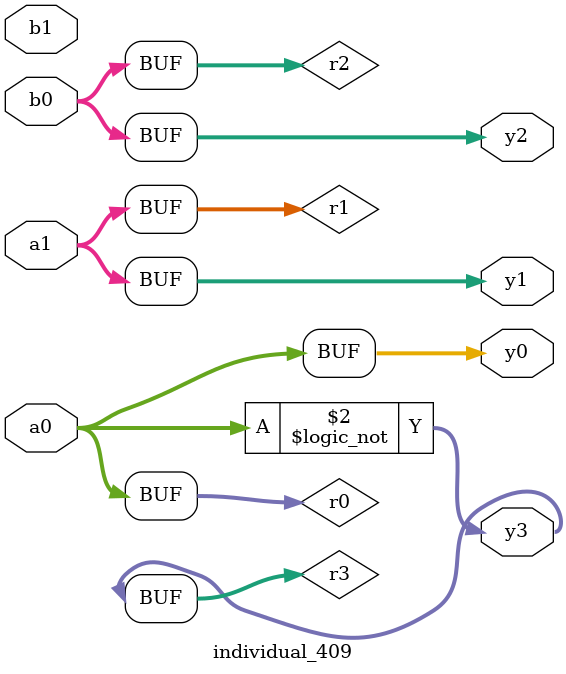
<source format=sv>
module individual_409(input logic [15:0] a1, input logic [15:0] a0, input logic [15:0] b1, input logic [15:0] b0, output logic [15:0] y3, output logic [15:0] y2, output logic [15:0] y1, output logic [15:0] y0);
logic [15:0] r0, r1, r2, r3; 
 always@(*) begin 
	 r0 = a0; r1 = a1; r2 = b0; r3 = b1; 
 	 r3 = ! a0 ;
 	 y3 = r3; y2 = r2; y1 = r1; y0 = r0; 
end
endmodule
</source>
